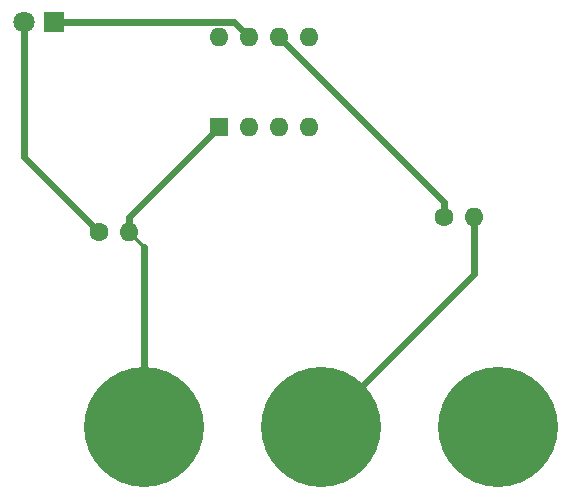
<source format=gbr>
%TF.GenerationSoftware,KiCad,Pcbnew,5.1.6-c6e7f7d~87~ubuntu18.04.1*%
%TF.CreationDate,2020-08-19T22:56:15-04:00*%
%TF.ProjectId,tutorial1,7475746f-7269-4616-9c31-2e6b69636164,rev?*%
%TF.SameCoordinates,Original*%
%TF.FileFunction,Copper,L1,Top*%
%TF.FilePolarity,Positive*%
%FSLAX46Y46*%
G04 Gerber Fmt 4.6, Leading zero omitted, Abs format (unit mm)*
G04 Created by KiCad (PCBNEW 5.1.6-c6e7f7d~87~ubuntu18.04.1) date 2020-08-19 22:56:15*
%MOMM*%
%LPD*%
G01*
G04 APERTURE LIST*
%TA.AperFunction,ComponentPad*%
%ADD10O,1.600000X1.600000*%
%TD*%
%TA.AperFunction,ComponentPad*%
%ADD11R,1.600000X1.600000*%
%TD*%
%TA.AperFunction,ComponentPad*%
%ADD12C,1.600000*%
%TD*%
%TA.AperFunction,ComponentPad*%
%ADD13C,10.160000*%
%TD*%
%TA.AperFunction,ComponentPad*%
%ADD14C,1.800000*%
%TD*%
%TA.AperFunction,ComponentPad*%
%ADD15R,1.800000X1.800000*%
%TD*%
%TA.AperFunction,Conductor*%
%ADD16C,0.609600*%
%TD*%
%TA.AperFunction,Conductor*%
%ADD17C,0.250000*%
%TD*%
G04 APERTURE END LIST*
D10*
%TO.P,U1,8*%
%TO.N,GND*%
X109220000Y-73660000D03*
%TO.P,U1,4*%
%TO.N,Net-(U1-Pad4)*%
X116840000Y-81280000D03*
%TO.P,U1,7*%
%TO.N,Net-(D1-Pad1)*%
X111760000Y-73660000D03*
%TO.P,U1,3*%
%TO.N,Net-(U1-Pad3)*%
X114300000Y-81280000D03*
%TO.P,U1,6*%
%TO.N,/INPUT*%
X114300000Y-73660000D03*
%TO.P,U1,2*%
%TO.N,Net-(U1-Pad2)*%
X111760000Y-81280000D03*
%TO.P,U1,5*%
%TO.N,Net-(U1-Pad5)*%
X116840000Y-73660000D03*
D11*
%TO.P,U1,1*%
%TO.N,VCC*%
X109220000Y-81280000D03*
%TD*%
D10*
%TO.P,R2,2*%
%TO.N,Net-(J1-Pad2)*%
X130810000Y-88900000D03*
D12*
%TO.P,R2,1*%
%TO.N,/INPUT*%
X128270000Y-88900000D03*
%TD*%
D10*
%TO.P,R1,2*%
%TO.N,VCC*%
X101600000Y-90170000D03*
D12*
%TO.P,R1,1*%
%TO.N,Net-(D1-Pad2)*%
X99060000Y-90170000D03*
%TD*%
D13*
%TO.P,J1,2*%
%TO.N,Net-(J1-Pad2)*%
X117860000Y-106680000D03*
%TO.P,J1,3*%
%TO.N,GND*%
X132840000Y-106680000D03*
%TO.P,J1,1*%
%TO.N,VCC*%
X102870000Y-106680000D03*
%TD*%
D14*
%TO.P,D1,2*%
%TO.N,Net-(D1-Pad2)*%
X92710000Y-72390000D03*
D15*
%TO.P,D1,1*%
%TO.N,Net-(D1-Pad1)*%
X95250000Y-72390000D03*
%TD*%
D16*
%TO.N,Net-(D1-Pad2)*%
X92710000Y-83820000D02*
X99060000Y-90170000D01*
X92710000Y-72390000D02*
X92710000Y-83820000D01*
%TO.N,Net-(D1-Pad1)*%
X95284801Y-72355199D02*
X95250000Y-72390000D01*
X110455199Y-72355199D02*
X95284801Y-72355199D01*
X111760000Y-73660000D02*
X110455199Y-72355199D01*
%TO.N,Net-(J1-Pad2)*%
X130810000Y-93730000D02*
X130810000Y-88900000D01*
X117860000Y-106680000D02*
X130810000Y-93730000D01*
D17*
%TO.N,VCC*%
X102870000Y-91440000D02*
X101600000Y-90170000D01*
D16*
X102870000Y-106680000D02*
X102870000Y-91440000D01*
X101600000Y-88900000D02*
X109220000Y-81280000D01*
X101600000Y-90170000D02*
X101600000Y-88900000D01*
%TO.N,/INPUT*%
X128270000Y-87630000D02*
X114300000Y-73660000D01*
X128270000Y-88900000D02*
X128270000Y-87630000D01*
%TD*%
M02*

</source>
